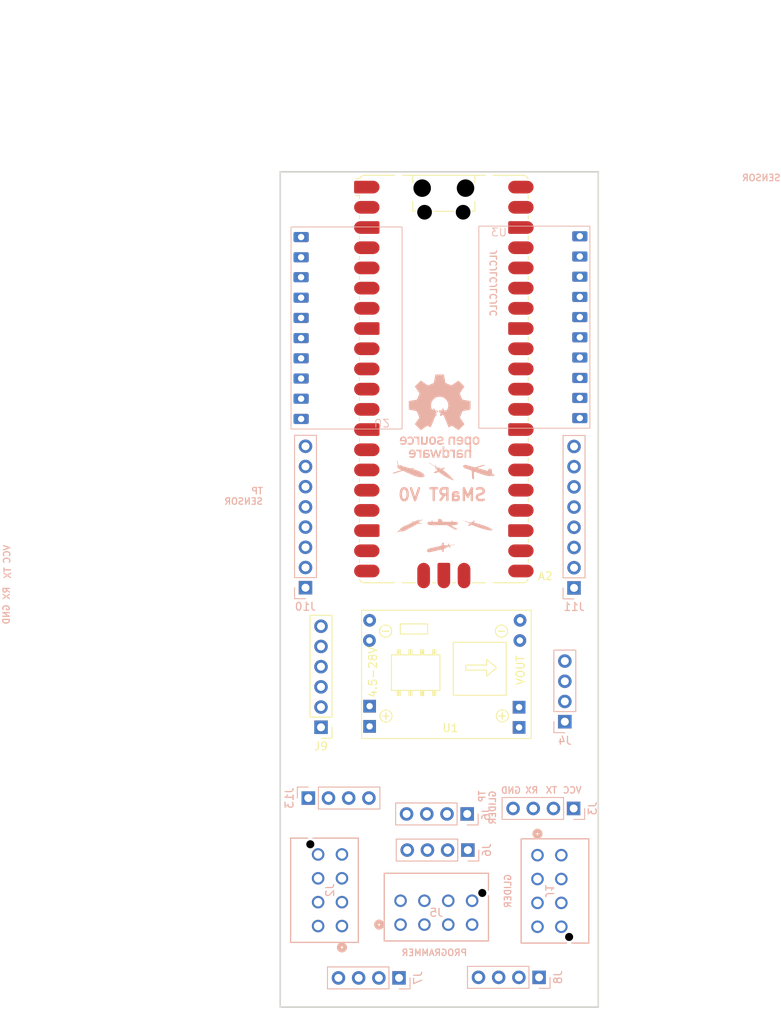
<source format=kicad_pcb>
(kicad_pcb (version 20241229) (generator "pcbnew") (generator_version "9.0")
  (title_block (title "SMaRT PCB V0") (date "2025-09-18") (rev "0"))
  (layers (0 "F.Cu" signal "Front") (4 "In1.Cu" signal) (6 "In2.Cu" signal) (2 "B.Cu" signal "Back") (13 "F.Paste" user) (15 "B.Paste" user) (5 "F.SilkS" user "F.Silkscreen") (7 "B.SilkS" user "B.Silkscreen") (1 "F.Mask" user) (3 "B.Mask" user) (25 "Edge.Cuts" user))
  (net 0 "")
  (net 3 "Net-(A2-GPIO27_ADC1)")
  (net 4 "Net-(A2-GPIO3)")
  (net 6 "GND")
  (net 7 "Net-(A2-GPIO19)")
  (net 8 "/3V3")
  (net 9 "Net-(A2-GPIO18)")
  (net 10 "Net-(A2-GPIO21)")
  (net 13 "Net-(A2-GPIO7)")
  (net 14 "Net-(A2-GPIO26_ADC0)")
  (net 16 "Net-(A2-GPIO9)")
  (net 17 "Net-(A2-ADC_VREF)")
  (net 18 "Net-(A2-GPIO20)")
  (net 19 "/RESET")
  (net 21 "/TX1")
  (net 22 "/SWCLK")
  (net 23 "Net-(A2-GPIO2)")
  (net 24 "Net-(A2-GPIO6)")
  (net 25 "/RX0")
  (net 26 "Net-(A2-GPIO8)")
  (net 27 "/TX0")
  (net 28 "Net-(A2-GPIO10)")
  (net 29 "Net-(A2-AGND)")
  (net 30 "+5V")
  (net 31 "/SWDIO")
  (net 33 "Net-(A2-GPIO11)")
  (net 35 "/RX1")
  (net 37 "VCC")
  (net 38 "/S_TX")
  (net 39 "Net-(U2-T1OUT)")
  (net 40 "Net-(J8-Pin_3)")
  (net 41 "/S_RX")
  (net 42 "Net-(J8-Pin_1)")
  (net 43 "Net-(J6-Pin_3)")
  (net 44 "Net-(J8-Pin_4)")
  (net 45 "/G_TX")
  (net 46 "Net-(J8-Pin_2)")
  (net 47 "Net-(J6-Pin_1)")
  (net 48 "Net-(J6-Pin_2)")
  (net 49 "Net-(J6-Pin_4)")
  (net 58 "Net-(J7-Pin_1)")
  (net 59 "Net-(J7-Pin_3)")
  (net 60 "Net-(J7-Pin_2)")
  (net 61 "Net-(J7-Pin_4)")
  (footprint "MountingHole:MountingHole_2mm" (layer "F.Cu") (at 105.425 138.9)
    (property "Reference" "REF**" (hide yes))
    (property "Value" "MountingHole_2mm" (hide yes))
    (pad "" np_thru_hole circle (at 0 0) (size 2 2) (drill 2) (layers "*.Cu" "*.Mask"))
  )
  (footprint "Module:RaspberryPi_Pico_SMD_HandSolder" (layer "F.Cu") (at 88.45 62.45)
    (property "Reference" "A2" (at 11.7475 24.765 0) (layer "F.SilkS") (effects (justify left)))
    (property "Value" "RaspberryPi_Pico")
    (pad "" smd rect (at -8.89 -24.13) (size 3.8 2.2) (drill (offset -0.8 0)) (layers "F.Paste"))
    (pad "" smd rect (at -8.89 -21.59) (size 3.8 2.2) (drill (offset -0.8 0)) (layers "F.Paste"))
    (pad "" smd rect (at -8.89 -19.05) (size 3.8 2.2) (drill (offset -0.8 0)) (layers "F.Paste"))
    (pad "" smd rect (at -8.89 -16.51) (size 3.8 2.2) (drill (offset -0.8 0)) (layers "F.Paste"))
    (pad "" smd rect (at -8.89 -13.97) (size 3.8 2.2) (drill (offset -0.8 0)) (layers "F.Paste"))
    (pad "" smd rect (at -8.89 -11.43) (size 3.8 2.2) (drill (offset -0.8 0)) (layers "F.Paste"))
    (pad "" smd rect (at -8.89 -8.89) (size 3.8 2.2) (drill (offset -0.8 0)) (layers "F.Paste"))
    (pad "" smd rect (at -8.89 -6.35) (size 3.8 2.2) (drill (offset -0.8 0)) (layers "F.Paste"))
    (pad "" smd rect (at -8.89 -3.81) (size 3.8 2.2) (drill (offset -0.8 0)) (layers "F.Paste"))
    (pad "" smd rect (at -8.89 -1.27) (size 3.8 2.2) (drill (offset -0.8 0)) (layers "F.Paste"))
    (pad "" smd rect (at -8.89 1.27) (size 3.8 2.2) (drill (offset -0.8 0)) (layers "F.Paste"))
    (pad "" smd rect (at -8.89 3.81) (size 3.8 2.2) (drill (offset -0.8 0)) (layers "F.Paste"))
    (pad "" smd rect (at -8.89 6.35) (size 3.8 2.2) (drill (offset -0.8 0)) (layers "F.Paste"))
    (pad "" smd rect (at -8.89 8.89) (size 3.8 2.2) (drill (offset -0.8 0)) (layers "F.Paste"))
    (pad "" smd rect (at -8.89 11.43) (size 3.8 2.2) (drill (offset -0.8 0)) (layers "F.Paste"))
    (pad "" smd rect (at -8.89 13.97) (size 3.8 2.2) (drill (offset -0.8 0)) (layers "F.Paste"))
    (pad "" smd rect (at -8.89 16.51) (size 3.8 2.2) (drill (offset -0.8 0)) (layers "F.Paste"))
    (pad "" smd rect (at -8.89 19.05) (size 3.8 2.2) (drill (offset -0.8 0)) (layers "F.Paste"))
    (pad "" smd rect (at -8.89 21.59) (size 3.8 2.2) (drill (offset -0.8 0)) (layers "F.Paste"))
    (pad "" smd rect (at -8.89 24.13) (size 3.8 2.2) (drill (offset -0.8 0)) (layers "F.Paste"))
    (pad "" np_thru_hole circle (at -2.725 -24) (size 2.2 2.2) (drill 2.2) (layers "*.Mask"))
    (pad "" smd rect (at -2.54 23.9) (size 2.2 3.8) (drill (offset 0 0.8)) (layers "F.Paste"))
    (pad "" np_thru_hole circle (at -2.425 -20.97) (size 1.85 1.85) (drill 1.85) (layers "*.Mask"))
    (pad "" smd rect (at 0 23.9) (size 2.2 3.8) (drill (offset 0 0.8)) (layers "F.Paste"))
    (pad "" np_thru_hole circle (at 2.425 -20.97) (size 1.85 1.85) (drill 1.85) (layers "*.Mask"))
    (pad "" smd rect (at 2.54 23.9) (size 2.2 3.8) (drill (offset 0 0.8)) (layers "F.Paste"))
    (pad "" np_thru_hole circle (at 2.725 -24) (size 2.2 2.2) (drill 2.2) (layers "*.Mask"))
    (pad "" smd rect (at 8.89 -24.13) (size 3.8 2.2) (drill (offset 0.8 0)) (layers "F.Paste"))
    (pad "" smd rect (at 8.89 -21.59) (size 3.8 2.2) (drill (offset 0.8 0)) (layers "F.Paste"))
    (pad "" smd rect (at 8.89 -19.05) (size 3.8 2.2) (drill (offset 0.8 0)) (layers "F.Paste"))
    (pad "" smd rect (at 8.89 -16.51) (size 3.8 2.2) (drill (offset 0.8 0)) (layers "F.Paste"))
    (pad "" smd rect (at 8.89 -13.97) (size 3.8 2.2) (drill (offset 0.8 0)) (layers "F.Paste"))
    (pad "" smd rect (at 8.89 -11.43) (size 3.8 2.2) (drill (offset 0.8 0)) (layers "F.Paste"))
    (pad "" smd rect (at 8.89 -8.89) (size 3.8 2.2) (drill (offset 0.8 0)) (layers "F.Paste"))
    (pad "" smd rect (at 8.89 -6.35) (size 3.8 2.2) (drill (offset 0.8 0)) (layers "F.Paste"))
    (pad "" smd rect (at 8.89 -3.81) (size 3.8 2.2) (drill (offset 0.8 0)) (layers "F.Paste"))
    (pad "" smd rect (at 8.89 -1.27) (size 3.8 2.2) (drill (offset 0.8 0)) (layers "F.Paste"))
    (pad "" smd rect (at 8.89 1.27) (size 3.8 2.2) (drill (offset 0.8 0)) (layers "F.Paste"))
    (pad "" smd rect (at 8.89 3.81) (size 3.8 2.2) (drill (offset 0.8 0)) (layers "F.Paste"))
    (pad "" smd rect (at 8.89 6.35) (size 3.8 2.2) (drill (offset 0.8 0)) (layers "F.Paste"))
    (pad "" smd rect (at 8.89 8.89) (size 3.8 2.2) (drill (offset 0.8 0)) (layers "F.Paste"))
    (pad "" smd rect (at 8.89 11.43) (size 3.8 2.2) (drill (offset 0.8 0)) (layers "F.Paste"))
    (pad "" smd rect (at 8.89 13.97) (size 3.8 2.2) (drill (offset 0.8 0)) (layers "F.Paste"))
    (pad "" smd rect (at 8.89 16.51) (size 3.8 2.2) (drill (offset 0.8 0)) (layers "F.Paste"))
    (pad "" smd rect (at 8.89 19.05) (size 3.8 2.2) (drill (offset 0.8 0)) (layers "F.Paste"))
    (pad "" smd rect (at 8.89 21.59) (size 3.8 2.2) (drill (offset 0.8 0)) (layers "F.Paste"))
    (pad "" smd rect (at 8.89 24.13) (size 3.8 2.2) (drill (offset 0.8 0)) (layers "F.Paste"))
    (pad "1" smd custom (at -9.69 -24.13) (size 1.6 0.8) (layers "F.Cu" "F.Mask") (net 27 "/TX0") (options (clearance outline) (anchor rect)) (primitives (gr_circle (center 0.8 0) (end 1.6 0) (width 0) (fill yes)) (gr_poly (pts (xy -1.6 -0.6) (xy -1.6 0.6) (xy -1.4 0.8) (xy 0.8 0.8) (xy 0.8 -0.8) (xy -1.4 -0.8)) (width 0) (fill yes)) (gr_circle (center -1.4 -0.6) (end -1.2 -0.6) (width 0) (fill yes)) (gr_circle (center -1.4 0.6) (end -1.2 0.6) (width 0) (fill yes))))
    (pad "2" smd roundrect (at -9.69 -21.59) (size 3.2 1.6) (layers "F.Cu" "F.Mask") (roundrect_rratio 0.5) (net 25 "/RX0"))
    (pad "3" smd custom (at -9.69 -19.05) (size 1.6 0.8) (layers "F.Cu" "F.Mask") (net 6 "GND") (options (clearance outline) (anchor rect)) (primitives (gr_circle (center -0.8 0) (end 0 0) (width 0) (fill yes)) (gr_poly (pts (xy 1.6 -0.6) (xy 1.6 0.6) (xy 1.4 0.8) (xy -0.8 0.8) (xy -0.8 -0.8) (xy 1.4 -0.8)) (width 0) (fill yes)) (gr_circle (center 1.4 -0.6) (end 1.6 -0.6) (width 0) (fill yes)) (gr_circle (center 1.4 0.6) (end 1.6 0.6) (width 0) (fill yes))))
    (pad "4" smd roundrect (at -9.69 -16.51) (size 3.2 1.6) (layers "F.Cu" "F.Mask") (roundrect_rratio 0.5) (net 23 "Net-(A2-GPIO2)"))
    (pad "5" smd roundrect (at -9.69 -13.97) (size 3.2 1.6) (layers "F.Cu" "F.Mask") (roundrect_rratio 0.5) (net 4 "Net-(A2-GPIO3)"))
    (pad "6" smd roundrect (at -9.69 -11.43) (size 3.2 1.6) (layers "F.Cu" "F.Mask") (roundrect_rratio 0.5) (net 21 "/TX1"))
    (pad "7" smd roundrect (at -9.69 -8.89) (size 3.2 1.6) (layers "F.Cu" "F.Mask") (roundrect_rratio 0.5) (net 35 "/RX1"))
    (pad "8" smd custom (at -9.69 -6.35) (size 1.6 0.8) (layers "F.Cu" "F.Mask") (net 6 "GND") (options (clearance outline) (anchor rect)) (primitives (gr_circle (center -0.8 0) (end 0 0) (width 0) (fill yes)) (gr_poly (pts (xy 1.6 -0.6) (xy 1.6 0.6) (xy 1.4 0.8) (xy -0.8 0.8) (xy -0.8 -0.8) (xy 1.4 -0.8)) (width 0) (fill yes)) (gr_circle (center 1.4 -0.6) (end 1.6 -0.6) (width 0) (fill yes)) (gr_circle (center 1.4 0.6) (end 1.6 0.6) (width 0) (fill yes))))
    (pad "9" smd roundrect (at -9.69 -3.81) (size 3.2 1.6) (layers "F.Cu" "F.Mask") (roundrect_rratio 0.5) (net 24 "Net-(A2-GPIO6)"))
    (pad "10" smd roundrect (at -9.69 -1.27) (size 3.2 1.6) (layers "F.Cu" "F.Mask") (roundrect_rratio 0.5) (net 13 "Net-(A2-GPIO7)"))
    (pad "11" smd roundrect (at -9.69 1.27) (size 3.2 1.6) (layers "F.Cu" "F.Mask") (roundrect_rratio 0.5) (net 26 "Net-(A2-GPIO8)"))
    (pad "12" smd roundrect (at -9.69 3.81) (size 3.2 1.6) (layers "F.Cu" "F.Mask") (roundrect_rratio 0.5) (net 16 "Net-(A2-GPIO9)"))
    (pad "13" smd custom (at -9.69 6.35) (size 1.6 0.8) (layers "F.Cu" "F.Mask") (net 6 "GND") (options (clearance outline) (anchor rect)) (primitives (gr_circle (center -0.8 0) (end 0 0) (width 0) (fill yes)) (gr_poly (pts (xy 1.6 -0.6) (xy 1.6 0.6) (xy 1.4 0.8) (xy -0.8 0.8) (xy -0.8 -0.8) (xy 1.4 -0.8)) (width 0) (fill yes)) (gr_circle (center 1.4 -0.6) (end 1.6 -0.6) (width 0) (fill yes)) (gr_circle (center 1.4 0.6) (end 1.6 0.6) (width 0) (fill yes))))
    (pad "14" smd roundrect (at -9.69 8.89) (size 3.2 1.6) (layers "F.Cu" "F.Mask") (roundrect_rratio 0.5) (net 28 "Net-(A2-GPIO10)"))
    (pad "15" smd roundrect (at -9.69 11.43) (size 3.2 1.6) (layers "F.Cu" "F.Mask") (roundrect_rratio 0.5) (net 33 "Net-(A2-GPIO11)"))
    (pad "16" smd roundrect (at -9.69 13.97) (size 3.2 1.6) (layers "F.Cu" "F.Mask") (roundrect_rratio 0.5))
    (pad "17" smd roundrect (at -9.69 16.51) (size 3.2 1.6) (layers "F.Cu" "F.Mask") (roundrect_rratio 0.5))
    (pad "18" smd custom (at -9.69 19.05) (size 1.6 0.8) (layers "F.Cu" "F.Mask") (net 6 "GND") (options (clearance outline) (anchor rect)) (primitives (gr_circle (center -0.8 0) (end 0 0) (width 0) (fill yes)) (gr_poly (pts (xy 1.6 -0.6) (xy 1.6 0.6) (xy 1.4 0.8) (xy -0.8 0.8) (xy -0.8 -0.8) (xy 1.4 -0.8)) (width 0) (fill yes)) (gr_circle (center 1.4 -0.6) (end 1.6 -0.6) (width 0) (fill yes)) (gr_circle (center 1.4 0.6) (end 1.6 0.6) (width 0) (fill yes))))
    (pad "19" smd roundrect (at -9.69 21.59) (size 3.2 1.6) (layers "F.Cu" "F.Mask") (roundrect_rratio 0.5))
    (pad "20" smd roundrect (at -9.69 24.13) (size 3.2 1.6) (layers "F.Cu" "F.Mask") (roundrect_rratio 0.5))
    (pad "21" smd roundrect (at 9.69 24.13) (size 3.2 1.6) (layers "F.Cu" "F.Mask") (roundrect_rratio 0.5))
    (pad "22" smd roundrect (at 9.69 21.59) (size 3.2 1.6) (layers "F.Cu" "F.Mask") (roundrect_rratio 0.5))
    (pad "23" smd custom (at 9.69 19.05) (size 1.6 0.8) (layers "F.Cu" "F.Mask") (net 6 "GND") (options (clearance outline) (anchor rect)) (primitives (gr_circle (center 0.8 0) (end 1.6 0) (width 0) (fill yes)) (gr_poly (pts (xy -1.6 -0.6) (xy -1.6 0.6) (xy -1.4 0.8) (xy 0.8 0.8) (xy 0.8 -0.8) (xy -1.4 -0.8)) (width 0) (fill yes)) (gr_circle (center -1.4 -0.6) (end -1.2 -0.6) (width 0) (fill yes)) (gr_circle (center -1.4 0.6) (end -1.2 0.6) (width 0) (fill yes))))
    (pad "24" smd roundrect (at 9.69 16.51) (size 3.2 1.6) (layers "F.Cu" "F.Mask") (roundrect_rratio 0.5) (net 9 "Net-(A2-GPIO18)"))
    (pad "25" smd roundrect (at 9.69 13.97) (size 3.2 1.6) (layers "F.Cu" "F.Mask") (roundrect_rratio 0.5) (net 7 "Net-(A2-GPIO19)"))
    (pad "26" smd roundrect (at 9.69 11.43) (size 3.2 1.6) (layers "F.Cu" "F.Mask") (roundrect_rratio 0.5) (net 18 "Net-(A2-GPIO20)"))
    (pad "27" smd roundrect (at 9.69 8.89) (size 3.2 1.6) (layers "F.Cu" "F.Mask") (roundrect_rratio 0.5) (net 10 "Net-(A2-GPIO21)"))
    (pad "28" smd custom (at 9.69 6.35) (size 1.6 0.8) (layers "F.Cu" "F.Mask") (net 6 "GND") (options (clearance outline) (anchor rect)) (primitives (gr_circle (center 0.8 0) (end 1.6 0) (width 0) (fill yes)) (gr_poly (pts (xy -1.6 -0.6) (xy -1.6 0.6) (xy -1.4 0.8) (xy 0.8 0.8) (xy 0.8 -0.8) (xy -1.4 -0.8)) (width 0) (fill yes)) (gr_circle (center -1.4 -0.6) (end -1.2 -0.6) (width 0) (fill yes)) (gr_circle (center -1.4 0.6) (end -1.2 0.6) (width 0) (fill yes))))
    (pad "29" smd roundrect (at 9.69 3.81) (size 3.2 1.6) (layers "F.Cu" "F.Mask") (roundrect_rratio 0.5))
    (pad "30" smd roundrect (at 9.69 1.27) (size 3.2 1.6) (layers "F.Cu" "F.Mask") (roundrect_rratio 0.5) (net 19 "/RESET"))
    (pad "31" smd roundrect (at 9.69 -1.27) (size 3.2 1.6) (layers "F.Cu" "F.Mask") (roundrect_rratio 0.5) (net 14 "Net-(A2-GPIO26_ADC0)"))
    (pad "32" smd roundrect (at 9.69 -3.81) (size 3.2 1.6) (layers "F.Cu" "F.Mask") (roundrect_rratio 0.5) (net 3 "Net-(A2-GPIO27_ADC1)"))
    (pad "33" smd custom (at 9.69 -6.35) (size 1.6 0.8) (layers "F.Cu" "F.Mask") (net 29 "Net-(A2-AGND)") (options (clearance outline) (anchor rect)) (primitives (gr_circle (center 0.8 0) (end 1.6 0) (width 0) (fill yes)) (gr_poly (pts (xy -1.6 -0.6) (xy -1.6 0.6) (xy -1.4 0.8) (xy 0.8 0.8) (xy 0.8 -0.8) (xy -1.4 -0.8)) (width 0) (fill yes)) (gr_circle (center -1.4 -0.6) (end -1.2 -0.6) (width 0) (fill yes)) (gr_circle (center -1.4 0.6) (end -1.2 0.6) (width 0) (fill yes))))
    (pad "34" smd roundrect (at 9.69 -8.89) (size 3.2 1.6) (layers "F.Cu" "F.Mask") (roundrect_rratio 0.5))
    (pad "35" smd roundrect (at 9.69 -11.43) (size 3.2 1.6) (layers "F.Cu" "F.Mask") (roundrect_rratio 0.5) (net 17 "Net-(A2-ADC_VREF)"))
    (pad "36" smd roundrect (at 9.69 -13.97) (size 3.2 1.6) (layers "F.Cu" "F.Mask") (roundrect_rratio 0.5) (net 8 "/3V3"))
    (pad "37" smd roundrect (at 9.69 -16.51) (size 3.2 1.6) (layers "F.Cu" "F.Mask") (roundrect_rratio 0.5))
    (pad "38" smd custom (at 9.69 -19.05) (size 1.6 0.8) (layers "F.Cu" "F.Mask") (net 6 "GND") (options (clearance outline) (anchor rect)) (primitives (gr_circle (center 0.8 0) (end 1.6 0) (width 0) (fill yes)) (gr_poly (pts (xy -1.6 -0.6) (xy -1.6 0.6) (xy -1.4 0.8) (xy 0.8 0.8) (xy 0.8 -0.8) (xy -1.4 -0.8)) (width 0) (fill yes)) (gr_circle (center -1.4 -0.6) (end -1.2 -0.6) (width 0) (fill yes)) (gr_circle (center -1.4 0.6) (end -1.2 0.6) (width 0) (fill yes))))
    (pad "39" smd roundrect (at 9.69 -21.59) (size 3.2 1.6) (layers "F.Cu" "F.Mask") (roundrect_rratio 0.5) (net 30 "+5V"))
    (pad "40" smd roundrect (at 9.69 -24.13) (size 3.2 1.6) (layers "F.Cu" "F.Mask") (roundrect_rratio 0.5))
    (pad "D1" smd roundrect (at -2.54 23.9 90) (size 3.2 1.6) (drill (offset -0.8 0)) (layers "F.Cu" "F.Mask") (roundrect_rratio 0.5) (net 22 "/SWCLK"))
    (pad "D2" smd custom (at 0 23.9 270) (size 1.6 1.6) (layers "F.Cu" "F.Mask") (net 6 "GND") (options (clearance outline) (anchor circle)) (primitives (gr_poly (pts (xy -0.8 -0.6) (xy -0.8 0.6) (xy -0.6 0.8) (xy 1.6 0.8) (xy 1.6 -0.8) (xy -0.6 -0.8)) (width 0) (fill yes)) (gr_circle (center -0.6 0.6) (end -0.4 0.6) (width 0) (fill yes)) (gr_circle (center -0.6 -0.6) (end -0.4 -0.6) (width 0) (fill yes)) (gr_circle (center 1.6 0) (end 2.4 0) (width 0) (fill yes))))
    (pad "D3" smd roundrect (at 2.54 23.9 90) (size 3.2 1.6) (drill (offset -0.8 0)) (layers "F.Cu" "F.Mask") (roundrect_rratio 0.5) (net 31 "/SWDIO"))
  )
  (footprint "Connector_PinHeader_2.54mm:PinHeader_1x06_P2.54mm_Vertical" (layer "F.Cu") (at 73 106.225 180)
    (property "Reference" "J9" (at 0 -2.38 0) (layer "F.SilkS"))
    (property "Value" "Conn_01x06")
    (pad "1" thru_hole rect (at 0 0 180) (size 1.7 1.7) (drill 1) (layers "*.Cu" "*.Mask") (net 37 "VCC"))
    (pad "2" thru_hole circle (at 0 2.54 180) (size 1.7 1.7) (drill 1) (layers "*.Cu" "*.Mask") (net 30 "+5V"))
    (pad "3" thru_hole circle (at 0 5.08 180) (size 1.7 1.7) (drill 1) (layers "*.Cu" "*.Mask") (net 8 "/3V3"))
    (pad "4" thru_hole circle (at 0 7.62 180) (size 1.7 1.7) (drill 1) (layers "*.Cu" "*.Mask") (net 6 "GND"))
    (pad "5" thru_hole circle (at 0 10.16 180) (size 1.7 1.7) (drill 1) (layers "*.Cu" "*.Mask") (net 6 "GND"))
    (pad "6" thru_hole circle (at 0 12.7 180) (size 1.7 1.7) (drill 1) (layers "*.Cu" "*.Mask") (net 6 "GND"))
  )
  (footprint "MountingHole:MountingHole_2mm" (layer "F.Cu") (at 70.675 39.3)
    (property "Reference" "REF**" (hide yes))
    (property "Value" "MountingHole_2mm" (hide yes))
    (pad "" np_thru_hole circle (at 0 0) (size 2 2) (drill 2) (layers "*.Cu" "*.Mask"))
  )
  (footprint "MountingHole:MountingHole_2mm" (layer "F.Cu") (at 70.475 138.775)
    (property "Reference" "REF**" (hide yes))
    (property "Value" "MountingHole_2mm" (hide yes))
    (pad "" np_thru_hole circle (at 0 0) (size 2 2) (drill 2) (layers "*.Cu" "*.Mask"))
  )
  (footprint "MPT1584:SRT_MPT1584EN_Module" (layer "F.Cu") (at 89.275 99)
    (property "Reference" "U1" (at 0 7.3152 0) (layer "F.SilkS"))
    (property "Value" "MP1584")
    (fp_text user "+" (at -8.1026 5.7531 0) (layer "F.SilkS"))
    (fp_text user "-" (at 6.4262 -4.9276 0) (layer "F.SilkS"))
    (fp_text user "-" (at -8.1534 -4.9276 0) (layer "F.SilkS"))
    (fp_text user "VOUT" (at 8.8138 0.0508 90) (layer "F.SilkS"))
    (fp_text user "+" (at 6.5278 5.7277 0) (layer "F.SilkS"))
    (fp_text user "4.5-28V" (at -9.7536 0.3048 90) (layer "F.SilkS"))
    (pad "1" thru_hole rect (at -10.16 7.112 90) (size 1.6 1.6) (drill 0.8) (layers "*.Cu" "B.Mask") (net 37 "VCC"))
    (pad "2" thru_hole rect (at -10.16 4.572 90) (size 1.6 1.6) (drill 0.8) (layers "*.Cu" "B.Mask") (net 37 "VCC"))
    (pad "3" thru_hole oval (at -10.1854 -3.683 90) (size 1.6 1.6) (drill 0.8) (layers "*.Cu" "B.Mask") (net 6 "GND"))
    (pad "4" thru_hole oval (at -10.16 -6.223 90) (size 1.6 1.6) (drill 0.8) (layers "*.Cu" "B.Mask") (net 6 "GND"))
    (pad "5" thru_hole rect (at 8.636 7.239 90) (size 1.6 1.6) (drill 0.8) (layers "*.Cu" "B.Mask") (net 30 "+5V"))
    (pad "6" thru_hole rect (at 8.636 4.699 90) (size 1.6 1.6) (drill 0.8) (layers "*.Cu" "B.Mask") (net 30 "+5V"))
    (pad "7" thru_hole oval (at 8.7376 -3.683 90) (size 1.6 1.6) (drill 0.8) (layers "*.Cu" "B.Mask") (net 6 "GND"))
    (pad "8" thru_hole oval (at 8.763 -6.223 90) (size 1.6 1.6) (drill 0.8) (layers "*.Cu" "B.Mask") (net 6 "GND"))
  )
  (footprint "MountingHole:MountingHole_2mm" (layer "F.Cu") (at 105.025 39.275)
    (property "Reference" "REF**" (hide yes))
    (property "Value" "MountingHole_2mm" (hide yes))
    (pad "" np_thru_hole circle (at 0 0) (size 2 2) (drill 2) (layers "*.Cu" "*.Mask"))
  )
  (footprint "LOGO" (layer "B.Cu") (at 88.097039 74.092318 180)
    (property "Reference" "G***" (hide yes))
    (property "Value" "LOGO" (hide yes))
  )
  (footprint "Connector_PinHeader_2.54mm:PinHeader_1x04_P2.54mm_Vertical" (layer "B.Cu") (at 91.465 121.66 90)
    (property "Reference" "J6" (at 0 2.38 90) (layer "B.SilkS") (effects (justify mirror)))
    (property "Value" "Conn_01x03")
    (pad "1" thru_hole rect (at 0 0 90) (size 1.7 1.7) (drill 1) (layers "*.Cu" "*.Mask") (net 47 "Net-(J6-Pin_1)"))
    (pad "2" thru_hole circle (at 0 -2.54 90) (size 1.7 1.7) (drill 1) (layers "*.Cu" "*.Mask") (net 48 "Net-(J6-Pin_2)"))
    (pad "3" thru_hole circle (at 0 -5.08 90) (size 1.7 1.7) (drill 1) (layers "*.Cu" "*.Mask") (net 43 "Net-(J6-Pin_3)"))
    (pad "4" thru_hole circle (at 0 -7.62 90) (size 1.7 1.7) (drill 1) (layers "*.Cu" "*.Mask"))
  )
  (footprint "LOGO" (layer "B.Cu") (at 88.244223 80.777313 180)
    (property "Reference" "G***" (hide yes))
    (property "Value" "LOGO" (hide yes))
  )
  (footprint "LOGO" (layer "B.Cu") (at 92.65 80.875 180)
    (property "Reference" "G***" (hide yes))
    (property "Value" "LOGO" (hide yes))
  )
  (footprint "LOGO" (layer "B.Cu") (at 84.35 80.625 180)
    (property "Reference" "G***" (hide yes))
    (property "Value" "LOGO" (hide yes))
  )
  (footprint "Library:CONN_2068320000-SD_08_MOL" (layer "B.Cu") (at 75.635 131.209997 -90)
    (property "Reference" "J2" (at -4.499999 1.5 90) (layer "B.SilkS") (effects (justify mirror)))
    (property "Value" "Sensor")
    (pad "" np_thru_hole circle (at -10.28 3.979999 270) (size 1.016 1.016) (drill 1.016) (layers))
    (pad "1" thru_hole circle (at 0 0 270) (size 1.5748 1.5748) (drill 1.0668) (layers "*.Cu" "*.Mask") (net 6 "GND"))
    (pad "2" thru_hole circle (at -2.999999 0 270) (size 1.5748 1.5748) (drill 1.0668) (layers "*.Cu" "*.Mask") (net 37 "VCC"))
    (pad "3" thru_hole circle (at -5.999998 0 270) (size 1.5748 1.5748) (drill 1.0668) (layers "*.Cu" "*.Mask") (net 38 "/S_TX"))
    (pad "4" thru_hole circle (at -8.999997 0 270) (size 1.5748 1.5748) (drill 1.0668) (layers "*.Cu" "*.Mask") (net 41 "/S_RX"))
    (pad "5" thru_hole circle (at 0 2.999999 270) (size 1.5748 1.5748) (drill 1.0668) (layers "*.Cu" "*.Mask") (net 61 "Net-(J7-Pin_4)"))
    (pad "6" thru_hole circle (at -2.999999 2.999999 270) (size 1.5748 1.5748) (drill 1.0668) (layers "*.Cu" "*.Mask") (net 59 "Net-(J7-Pin_3)"))
    (pad "7" thru_hole circle (at -5.999998 2.999999 270) (size 1.5748 1.5748) (drill 1.0668) (layers "*.Cu" "*.Mask") (net 60 "Net-(J7-Pin_2)"))
    (pad "8" thru_hole circle (at -8.999997 2.999999 270) (size 1.5748 1.5748) (drill 1.0668) (layers "*.Cu" "*.Mask") (net 58 "Net-(J7-Pin_1)"))
  )
  (footprint "Connector_PinHeader_2.54mm:PinHeader_1x08_P2.54mm_Vertical" (layer "B.Cu") (at 104.825 88.705)
    (property "Reference" "J11" (at 0 2.38 0) (layer "B.SilkS") (effects (justify mirror)))
    (property "Value" "Conn_01x08")
    (pad "1" thru_hole rect (at 0 0) (size 1.7 1.7) (drill 1) (layers "*.Cu" "*.Mask") (net 9 "Net-(A2-GPIO18)"))
    (pad "2" thru_hole circle (at 0 -2.54) (size 1.7 1.7) (drill 1) (layers "*.Cu" "*.Mask") (net 7 "Net-(A2-GPIO19)"))
    (pad "3" thru_hole circle (at 0 -5.08) (size 1.7 1.7) (drill 1) (layers "*.Cu" "*.Mask") (net 18 "Net-(A2-GPIO20)"))
    (pad "4" thru_hole circle (at 0 -7.62) (size 1.7 1.7) (drill 1) (layers "*.Cu" "*.Mask") (net 10 "Net-(A2-GPIO21)"))
    (pad "5" thru_hole circle (at 0 -10.16) (size 1.7 1.7) (drill 1) (layers "*.Cu" "*.Mask") (net 17 "Net-(A2-ADC_VREF)"))
    (pad "6" thru_hole circle (at 0 -12.7) (size 1.7 1.7) (drill 1) (layers "*.Cu" "*.Mask") (net 14 "Net-(A2-GPIO26_ADC0)"))
    (pad "7" thru_hole circle (at 0 -15.24) (size 1.7 1.7) (drill 1) (layers "*.Cu" "*.Mask") (net 3 "Net-(A2-GPIO27_ADC1)"))
    (pad "8" thru_hole circle (at 0 -17.78) (size 1.7 1.7) (drill 1) (layers "*.Cu" "*.Mask") (net 29 "Net-(A2-AGND)"))
  )
  (footprint "Connector_PinHeader_2.54mm:PinHeader_1x04_P2.54mm_Vertical" (layer "B.Cu") (at 82.815 137.73 90)
    (property "Reference" "J7" (at 0 2.38 90) (layer "B.SilkS") (effects (justify mirror)))
    (property "Value" "Conn_01x04")
    (pad "1" thru_hole rect (at 0 0 90) (size 1.7 1.7) (drill 1) (layers "*.Cu" "*.Mask") (net 58 "Net-(J7-Pin_1)"))
    (pad "2" thru_hole circle (at 0 -2.54 90) (size 1.7 1.7) (drill 1) (layers "*.Cu" "*.Mask") (net 60 "Net-(J7-Pin_2)"))
    (pad "3" thru_hole circle (at 0 -5.08 90) (size 1.7 1.7) (drill 1) (layers "*.Cu" "*.Mask") (net 59 "Net-(J7-Pin_3)"))
    (pad "4" thru_hole circle (at 0 -7.62 90) (size 1.7 1.7) (drill 1) (layers "*.Cu" "*.Mask") (net 61 "Net-(J7-Pin_4)"))
  )
  (footprint "Connector_PinHeader_2.54mm:PinHeader_1x04_P2.54mm_Vertical" (layer "B.Cu") (at 100.425 137.66 90)
    (property "Reference" "J8" (at 0 2.38 90) (layer "B.SilkS") (effects (justify mirror)))
    (property "Value" "Conn_01x04")
    (pad "1" thru_hole rect (at 0 0 90) (size 1.7 1.7) (drill 1) (layers "*.Cu" "*.Mask") (net 42 "Net-(J8-Pin_1)"))
    (pad "2" thru_hole circle (at 0 -2.54 90) (size 1.7 1.7) (drill 1) (layers "*.Cu" "*.Mask") (net 46 "Net-(J8-Pin_2)"))
    (pad "3" thru_hole circle (at 0 -5.08 90) (size 1.7 1.7) (drill 1) (layers "*.Cu" "*.Mask") (net 40 "Net-(J8-Pin_3)"))
    (pad "4" thru_hole circle (at 0 -7.62 90) (size 1.7 1.7) (drill 1) (layers "*.Cu" "*.Mask") (net 44 "Net-(J8-Pin_4)"))
  )
  (footprint "LOGO" (layer "B.Cu") (at 84.025 73.75 180)
    (property "Reference" "G***" (hide yes))
    (property "Value" "LOGO" (hide yes))
  )
  (footprint "Connector_PinHeader_2.54mm:PinHeader_1x04_P2.54mm_Vertical" (layer "B.Cu") (at 103.665 105.52)
    (property "Reference" "J4" (at 0 2.38 0) (layer "B.SilkS") (effects (justify mirror)))
    (property "Value" "TestPins_Sensor")
    (pad "1" thru_hole rect (at 0 0) (size 1.7 1.7) (drill 1) (layers "*.Cu" "*.Mask") (net 37 "VCC"))
    (pad "2" thru_hole circle (at 0 -2.54) (size 1.7 1.7) (drill 1) (layers "*.Cu" "*.Mask") (net 38 "/S_TX"))
    (pad "3" thru_hole circle (at 0 -5.08) (size 1.7 1.7) (drill 1) (layers "*.Cu" "*.Mask") (net 41 "/S_RX"))
    (pad "4" thru_hole circle (at 0 -7.62) (size 1.7 1.7) (drill 1) (layers "*.Cu" "*.Mask") (net 6 "GND"))
  )
  (footprint "LOGO" (layer "B.Cu") (at 87.925 67.125 180)
    (property "Reference" "G***" (at 0 0 0) (layer "B.SilkS") (effects (font (size 1.5 1.5) (thickness 0.3)) (justify mirror)))
    (property "Value" "LOGO" (hide yes))
  )
  (footprint "Connector_PinHeader_2.54mm:PinHeader_1x08_P2.54mm_Vertical" (layer "B.Cu") (at 71.05 88.68)
    (property "Reference" "J10" (at 0 2.38 0) (layer "B.SilkS") (effects (justify mirror)))
    (property "Value" "Conn_01x08")
    (pad "1" thru_hole rect (at 0 0) (size 1.7 1.7) (drill 1) (layers "*.Cu" "*.Mask") (net 33 "Net-(A2-GPIO11)"))
    (pad "2" thru_hole circle (at 0 -2.54) (size 1.7 1.7) (drill 1) (layers "*.Cu" "*.Mask") (net 28 "Net-(A2-GPIO10)"))
    (pad "3" thru_hole circle (at 0 -5.08) (size 1.7 1.7) (drill 1) (layers "*.Cu" "*.Mask") (net 16 "Net-(A2-GPIO9)"))
    (pad "4" thru_hole circle (at 0 -7.62) (size 1.7 1.7) (drill 1) (layers "*.Cu" "*.Mask") (net 26 "Net-(A2-GPIO8)"))
    (pad "5" thru_hole circle (at 0 -10.16) (size 1.7 1.7) (drill 1) (layers "*.Cu" "*.Mask") (net 13 "Net-(A2-GPIO7)"))
    (pad "6" thru_hole circle (at 0 -12.7) (size 1.7 1.7) (drill 1) (layers "*.Cu" "*.Mask") (net 24 "Net-(A2-GPIO6)"))
    (pad "7" thru_hole circle (at 0 -15.24) (size 1.7 1.7) (drill 1) (layers "*.Cu" "*.Mask") (net 4 "Net-(A2-GPIO3)"))
    (pad "8" thru_hole circle (at 0 -17.78) (size 1.7 1.7) (drill 1) (layers "*.Cu" "*.Mask") (net 23 "Net-(A2-GPIO2)"))
  )
  (footprint "Library:CONN_2068320000-SD_08_MOL" (layer "B.Cu") (at 83.005 131.029999 180)
    (property "Reference" "J5" (at -4.499999 1.5 0) (layer "B.SilkS") (effects (justify mirror)))
    (property "Value" "Programmer")
    (pad "" np_thru_hole circle (at -10.28 3.979999 180) (size 1.016 1.016) (drill 1.016) (layers))
    (pad "1" thru_hole circle (at 0 0 180) (size 1.5748 1.5748) (drill 1.0668) (layers "*.Cu" "*.Mask") (net 6 "GND"))
    (pad "2" thru_hole circle (at -2.999999 0 180) (size 1.5748 1.5748) (drill 1.0668) (layers "*.Cu" "*.Mask") (net 31 "/SWDIO"))
    (pad "3" thru_hole circle (at -5.999998 0 180) (size 1.5748 1.5748) (drill 1.0668) (layers "*.Cu" "*.Mask") (net 22 "/SWCLK"))
    (pad "4" thru_hole circle (at -8.999997 0 180) (size 1.5748 1.5748) (drill 1.0668) (layers "*.Cu" "*.Mask") (net 19 "/RESET"))
    (pad "5" thru_hole circle (at 0 2.999999 180) (size 1.5748 1.5748) (drill 1.0668) (layers "*.Cu" "*.Mask") (net 8 "/3V3"))
    (pad "6" thru_hole circle (at -2.999999 2.999999 180) (size 1.5748 1.5748) (drill 1.0668) (layers "*.Cu" "*.Mask") (net 43 "Net-(J6-Pin_3)"))
    (pad "7" thru_hole circle (at -5.999998 2.999999 180) (size 1.5748 1.5748) (drill 1.0668) (layers "*.Cu" "*.Mask") (net 48 "Net-(J6-Pin_2)"))
    (pad "8" thru_hole circle (at -8.999997 2.999999 180) (size 1.5748 1.5748) (drill 1.0668) (layers "*.Cu" "*.Mask") (net 47 "Net-(J6-Pin_1)"))
  )
  (footprint "Connector_PinHeader_2.54mm:PinHeader_1x04_P2.54mm_Vertical" (layer "B.Cu") (at 71.405 115.12 -90)
    (property "Reference" "J13" (at 0 2.38 90) (layer "B.SilkS") (effects (justify mirror)))
    (property "Value" "Power_TP")
    (pad "1" thru_hole rect (at 0 0 270) (size 1.7 1.7) (drill 1) (layers "*.Cu" "*.Mask") (net 37 "VCC"))
    (pad "2" thru_hole circle (at 0 -2.54 270) (size 1.7 1.7) (drill 1) (layers "*.Cu" "*.Mask") (net 30 "+5V"))
    (pad "3" thru_hole circle (at 0 -5.08 270) (size 1.7 1.7) (drill 1) (layers "*.Cu" "*.Mask") (net 8 "/3V3"))
    (pad "4" thru_hole circle (at 0 -7.62 270) (size 1.7 1.7) (drill 1) (layers "*.Cu" "*.Mask") (net 6 "GND"))
  )
  (footprint "LOGO" (layer "B.Cu") (at 92.85 73.975 180)
    (property "Reference" "G***" (hide yes))
    (property "Value" "LOGO" (hide yes))
  )
  (footprint "Library:CONN_2068320000-SD_08_MOL" (layer "B.Cu") (at 100.225001 122.300003 90)
    (property "Reference" "J1" (at -4.499999 1.5 270) (layer "B.SilkS") (effects (justify mirror)))
    (property "Value" "Glider")
    (pad "" np_thru_hole circle (at -10.28 3.979999 90) (size 1.016 1.016) (drill 1.016) (layers))
    (pad "1" thru_hole circle (at 0 0 90) (size 1.5748 1.5748) (drill 1.0668) (layers "*.Cu" "*.Mask") (net 6 "GND"))
    (pad "2" thru_hole circle (at -2.999999 0 90) (size 1.5748 1.5748) (drill 1.0668) (layers "*.Cu" "*.Mask") (net 37 "VCC"))
    (pad "3" thru_hole circle (at -5.999998 0 90) (size 1.5748 1.5748) (drill 1.0668) (layers "*.Cu" "*.Mask") (net 39 "Net-(U2-T1OUT)"))
    (pad "4" thru_hole circle (at -8.999997 0 90) (size 1.5748 1.5748) (drill 1.0668) (layers "*.Cu" "*.Mask") (net 45 "/G_TX"))
    (pad "5" thru_hole circle (at 0 2.999999 90) (size 1.5748 1.5748) (drill 1.0668) (layers "*.Cu" "*.Mask") (net 44 "Net-(J8-Pin_4)"))
    (pad "6" thru_hole circle (at -2.999999 2.999999 90) (size 1.5748 1.5748) (drill 1.0668) (layers "*.Cu" "*.Mask") (net 40 "Net-(J8-Pin_3)"))
    (pad "7" thru_hole circle (at -5.999998 2.999999 90) (size 1.5748 1.5748) (drill 1.0668) (layers "*.Cu" "*.Mask") (net 46 "Net-(J8-Pin_2)"))
    (pad "8" thru_hole circle (at -8.999997 2.999999 90) (size 1.5748 1.5748) (drill 1.0668) (layers "*.Cu" "*.Mask") (net 42 "Net-(J8-Pin_1)"))
  )
  (footprint "MAX3232:MAX3232_Sparkfun" (layer "B.Cu") (at 80.66 67.46)
    (property "Reference" "U2" (at 0 0.5 180) (layer "B.SilkS") (effects (font (thickness 0.1)) (justify mirror)))
    (property "Value" "MAX3232_SPARKFUN")
    (pad "1" thru_hole roundrect (at -10.16 0) (size 1.905 1.27) (drill 0.8) (layers "*.Cu" "*.Mask") (roundrect_rratio 0.15) (net 39 "Net-(U2-T1OUT)"))
    (pad "2" thru_hole roundrect (at -10.16 -2.54) (size 1.905 1.27) (drill 0.8) (layers "*.Cu" "*.Mask") (roundrect_rratio 0.15))
    (pad "3" thru_hole roundrect (at -10.16 -5.08) (size 1.905 1.27) (drill 0.8) (layers "*.Cu" "*.Mask") (roundrect_rratio 0.15) (net 45 "/G_TX"))
    (pad "4" thru_hole roundrect (at -10.16 -7.62) (size 1.905 1.27) (drill 0.8) (layers "*.Cu" "*.Mask") (roundrect_rratio 0.15))
    (pad "5" thru_hole roundrect (at -10.16 -10.16) (size 1.905 1.27) (drill 0.8) (layers "*.Cu" "*.Mask") (roundrect_rratio 0.15) (net 30 "+5V"))
    (pad "6" thru_hole roundrect (at -10.16 -12.7) (size 1.905 1.27) (drill 0.8) (layers "*.Cu" "*.Mask") (roundrect_rratio 0.15) (net 6 "GND"))
    (pad "7" thru_hole roundrect (at -10.16 -15.24) (size 1.905 1.27) (drill 0.8) (layers "*.Cu" "*.Mask") (roundrect_rratio 0.15) (net 27 "/TX0"))
    (pad "8" thru_hole roundrect (at -10.165703 -17.812513) (size 1.905 1.27) (drill 0.8) (layers "*.Cu" "*.Mask") (roundrect_rratio 0.15))
    (pad "9" thru_hole roundrect (at -10.16 -20.32) (size 1.905 1.27) (drill 0.8) (layers "*.Cu" "*.Mask") (roundrect_rratio 0.15) (net 25 "/RX0"))
    (pad "10" thru_hole roundrect (at -10.16 -22.86) (size 1.905 1.27) (drill 0.8) (layers "*.Cu" "*.Mask") (roundrect_rratio 0.15))
  )
  (footprint "Connector_PinHeader_2.54mm:PinHeader_1x04_P2.54mm_Vertical" (layer "B.Cu") (at 91.385 117.12 90)
    (property "Reference" "J6" (at 0 2.38 90) (layer "B.SilkS") (effects (justify mirror)))
    (property "Value" "Conn_02x04_Odd_Even")
    (pad "1" thru_hole rect (at 0 0 90) (size 1.7 1.7) (drill 1) (layers "*.Cu" "*.Mask") (net 47 "Net-(J6-Pin_1)"))
    (pad "2" thru_hole circle (at 0 -2.54 90) (size 1.7 1.7) (drill 1) (layers "*.Cu" "*.Mask") (net 48 "Net-(J6-Pin_2)"))
    (pad "3" thru_hole circle (at 0 -5.08 90) (size 1.7 1.7) (drill 1) (layers "*.Cu" "*.Mask") (net 43 "Net-(J6-Pin_3)"))
    (pad "4" thru_hole circle (at 0 -7.62 90) (size 1.7 1.7) (drill 1) (layers "*.Cu" "*.Mask") (net 49 "Net-(J6-Pin_4)"))
  )
  (footprint "Connector_PinHeader_2.54mm:PinHeader_1x04_P2.54mm_Vertical" (layer "B.Cu") (at 104.775 116.43 90)
    (property "Reference" "J3" (at 0 2.38 90) (layer "B.SilkS") (effects (justify mirror)))
    (property "Value" "TestPins_Sensor")
    (pad "1" thru_hole rect (at 0 0 90) (size 1.7 1.7) (drill 1) (layers "*.Cu" "*.Mask") (net 37 "VCC"))
    (pad "2" thru_hole circle (at 0 -2.54 90) (size 1.7 1.7) (drill 1) (layers "*.Cu" "*.Mask") (net 45 "/G_TX"))
    (pad "3" thru_hole circle (at 0 -5.08 90) (size 1.7 1.7) (drill 1) (layers "*.Cu" "*.Mask") (net 37 "VCC"))
    (pad "4" thru_hole circle (at 0 -7.62 90) (size 1.7 1.7) (drill 1) (layers "*.Cu" "*.Mask") (net 6 "GND"))
  )
  (footprint "MAX3232:MAX3232_Sparkfun" (layer "B.Cu") (at 95.39 44.5 180)
    (property "Reference" "U3" (at 0 0.5 0) (layer "B.SilkS") (effects (font (thickness 0.1)) (justify mirror)))
    (property "Value" "MAX3232_SPARKFUN")
    (pad "1" thru_hole roundrect (at -10.16 0 180) (size 1.905 1.27) (drill 0.8) (layers "*.Cu" "*.Mask") (roundrect_rratio 0.15))
    (pad "2" thru_hole roundrect (at -10.16 -2.54 180) (size 1.905 1.27) (drill 0.8) (layers "*.Cu" "*.Mask") (roundrect_rratio 0.15) (net 41 "/S_RX"))
    (pad "3" thru_hole roundrect (at -10.16 -5.08 180) (size 1.905 1.27) (drill 0.8) (layers "*.Cu" "*.Mask") (roundrect_rratio 0.15))
    (pad "4" thru_hole roundrect (at -10.16 -7.62 180) (size 1.905 1.27) (drill 0.8) (layers "*.Cu" "*.Mask") (roundrect_rratio 0.15) (net 38 "/S_TX"))
    (pad "5" thru_hole roundrect (at -10.16 -10.16 180) (size 1.905 1.27) (drill 0.8) (layers "*.Cu" "*.Mask") (roundrect_rratio 0.15) (net 30 "+5V"))
    (pad "6" thru_hole roundrect (at -10.16 -12.7 180) (size 1.905 1.27) (drill 0.8) (layers "*.Cu" "*.Mask") (roundrect_rratio 0.15) (net 6 "GND"))
    (pad "7" thru_hole roundrect (at -10.16 -15.24 180) (size 1.905 1.27) (drill 0.8) (layers "*.Cu" "*.Mask") (roundrect_rratio 0.15))
    (pad "8" thru_hole roundrect (at -10.165703 -17.812513 180) (size 1.905 1.27) (drill 0.8) (layers "*.Cu" "*.Mask") (roundrect_rratio 0.15) (net 21 "/TX1"))
    (pad "9" thru_hole roundrect (at -10.16 -20.32 180) (size 1.905 1.27) (drill 0.8) (layers "*.Cu" "*.Mask") (roundrect_rratio 0.15))
    (pad "10" thru_hole roundrect (at -10.16 -22.86 180) (size 1.905 1.27) (drill 0.8) (layers "*.Cu" "*.Mask") (roundrect_rratio 0.15) (net 35 "/RX1"))
  )
  (footprint "LOGO" (layer "B.Cu") (at 87.975 83.675 180)
    (property "Reference" "G***" (hide yes))
    (property "Value" "LOGO" (hide yes))
  )
  (gr_rect (start 67.875 36.4) (end 107.875 141.4) (stroke (width 0.2)) (fill no) (layer "Edge.Cuts"))
  (gr_text "TP\nSENSOR" (at 65.775 78.3 0) (layer "B.SilkS") (effects (font (size 0.8128 0.8128) (thickness 0.1524) (bold yes)) (justify left bottom mirror)))
  (gr_text "GND" (at 98.225 114.63 0) (layer "B.SilkS") (effects (font (size 0.8128 0.8128) (thickness 0.1524) (bold yes)) (justify left bottom mirror)))
  (gr_text "SMaRT V0" (at 93.95 77.875 0) (layer "B.SilkS") (effects (font (size 1.5 1.5) (thickness 0.3) (bold yes)) (justify left bottom mirror)))
  (gr_text "PROGRAMMER" (at 91.465 135.03 0) (layer "B.SilkS") (effects (font (size 0.8128 0.8128) (thickness 0.1524) (bold yes)) (justify left bottom mirror)))
  (gr_text "TX" (at 34.05 86.025 90) (layer "B.SilkS") (effects (font (size 0.8128 0.8128) (thickness 0.1524) (bold yes)) (justify left bottom mirror)))
  (gr_text "TX" (at 102.775 114.605 0) (layer "B.SilkS") (effects (font (size 0.8128 0.8128) (thickness 0.1524) (bold yes)) (justify left bottom mirror)))
  (gr_text "TP\nGLIDER" (at 95.05 114.105 90) (layer "B.SilkS") (effects (font (size 0.8128 0.8128) (thickness 0.1524) (bold yes)) (justify left bottom mirror)))
  (gr_text "GND" (at 33.9 90.7 90) (layer "B.SilkS") (effects (font (size 0.8128 0.8128) (thickness 0.1524) (bold yes)) (justify left bottom mirror)))
  (gr_text "RX" (at 100.4 114.605 0) (layer "B.SilkS") (effects (font (size 0.8128 0.8128) (thickness 0.1524) (bold yes)) (justify left bottom mirror)))
  (gr_text "JLCJLCJLCJLC" (at 95.175 46.1 90) (layer "B.SilkS") (effects (font (size 0.8128 0.8128) (thickness 0.1524) (bold yes)) (justify left bottom mirror)))
  (gr_text "VCC" (at 33.975 83.2 90) (layer "B.SilkS") (effects (font (size 0.8128 0.8128) (thickness 0.1524) (bold yes)) (justify left bottom mirror)))
  (gr_text "GLIDER" (at 96.975001 124.600002 90) (layer "B.SilkS") (effects (font (size 0.8128 0.8128) (thickness 0.1524) (bold yes)) (justify left bottom mirror)))
  (gr_text "VCC" (at 105.85 114.605 0) (layer "B.SilkS") (effects (font (size 0.8128 0.8128) (thickness 0.1524) (bold yes)) (justify left bottom mirror)))
  (gr_text "SENSOR\n" (at 130.875 37.625 0) (layer "B.SilkS") (effects (font (size 0.8128 0.8128) (thickness 0.1524) (bold yes)) (justify left bottom mirror)))
  (gr_text "RX" (at 33.925 88.475 90) (layer "B.SilkS") (effects (font (size 0.8128 0.8128) (thickness 0.1524) (bold yes)) (justify left bottom mirror)))
)
</source>
